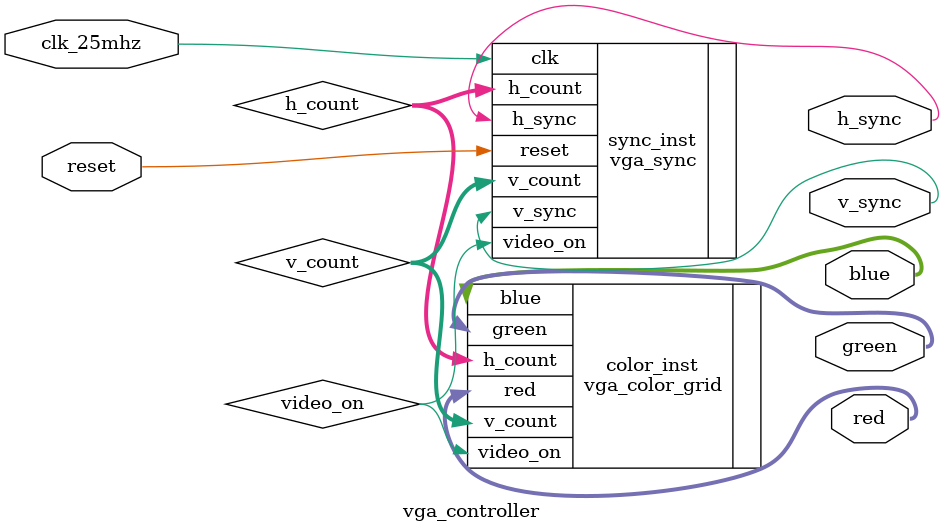
<source format=sv>
module vga_controller (
    input  logic clk_25mhz,    // Clock de 25 MHz
    input  logic reset,        // Reset activo en high

    output logic h_sync,       // Salida sync horizontal
    output logic v_sync,       // Salida sync vertical
	 //Canales VGA
    output logic [7:0] red,    // Canal rojo VGA
    output logic [7:0] green,  // Canal verde VGA
    output logic [7:0] blue    // Canal azul VGA
);

    // Señales internas
    logic [9:0] h_count, v_count;
    logic video_on;

    // Se instancian los modulos
	 
	 //sync de señales
    vga_sync sync_inst (
        .clk(clk_25mhz),
        .reset(reset),
        .h_sync(h_sync),
        .v_sync(v_sync),
        .video_on(video_on),
        .h_count(h_count),
        .v_count(v_count)
    );

    // grid connect4
    vga_color_grid color_inst (
        .h_count(h_count),
        .v_count(v_count),
        .video_on(video_on),
        .red(red),
        .green(green),
        .blue(blue)
    );

endmodule

</source>
